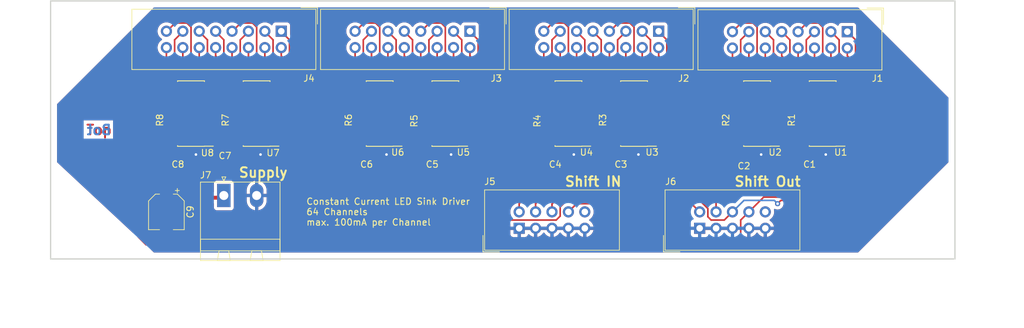
<source format=kicad_pcb>
(kicad_pcb (version 20221018) (generator pcbnew)
  (layers (0 "F.Cu" signal) (31 "B.Cu" signal) (34 "B.Paste" user) (35 "F.Paste" user) (36 "B.SilkS" user "B.Silkscreen") (37 "F.SilkS" user "F.Silkscreen") (38 "B.Mask" user) (39 "F.Mask" user) (44 "Edge.Cuts" user))
  (net 0 "")
  (net 1 "VCC")
  (net 2 "GND")
  (net 3 "LED_0")
  (net 4 "LED_1")
  (net 5 "LED_2")
  (net 6 "LED_3")
  (net 7 "LED_4")
  (net 8 "LED_5")
  (net 9 "LED_6")
  (net 10 "LED_7")
  (net 11 "LED_8")
  (net 12 "LED_9")
  (net 13 "LED_10")
  (net 14 "LED_11")
  (net 15 "LED_12")
  (net 16 "LED_13")
  (net 17 "LED_16")
  (net 18 "LED_17")
  (net 19 "LED_18")
  (net 20 "LED_19")
  (net 21 "LED_20")
  (net 22 "LED_21")
  (net 23 "LED_22")
  (net 24 "LED_23")
  (net 25 "LED_24")
  (net 26 "LED_25")
  (net 27 "LED_26")
  (net 28 "LED_27")
  (net 29 "LED_28")
  (net 30 "LED_29")
  (net 31 "LED_45")
  (net 32 "LED_44")
  (net 33 "LED_43")
  (net 34 "LED_42")
  (net 35 "LED_41")
  (net 36 "LED_40")
  (net 37 "LED_39")
  (net 38 "LED_38")
  (net 39 "LED_37")
  (net 40 "LED_36")
  (net 41 "LED_35")
  (net 42 "LED_34")
  (net 43 "LED_33")
  (net 44 "LED_32")
  (net 45 "LED_48")
  (net 46 "LED_49")
  (net 47 "LED_50")
  (net 48 "LED_51")
  (net 49 "LED_52")
  (net 50 "LED_53")
  (net 51 "LED_54")
  (net 52 "LED_55")
  (net 53 "LED_56")
  (net 54 "LED_57")
  (net 55 "LED_58")
  (net 56 "LED_59")
  (net 57 "LED_60")
  (net 58 "LED_61")
  (net 59 "/SDI")
  (net 60 "CLK")
  (net 61 "Net-(J5-Pad10)")
  (net 62 "Net-(J6-Pad10)")
  (net 63 "Net-(R1-Pad2)")
  (net 64 "Net-(R2-Pad2)")
  (net 65 "Net-(R3-Pad2)")
  (net 66 "Net-(R4-Pad2)")
  (net 67 "Net-(R5-Pad2)")
  (net 68 "Net-(R6-Pad2)")
  (net 69 "Net-(R7-Pad2)")
  (net 70 "Net-(R8-Pad2)")
  (net 71 "LE")
  (net 72 "OE")
  (net 73 "Net-(U1-Pad14)")
  (net 74 "Net-(U2-Pad14)")
  (net 75 "LED_15")
  (net 76 "LED_14")
  (net 77 "Net-(U3-Pad14)")
  (net 78 "LED_30")
  (net 79 "LED_31")
  (net 80 "Net-(U4-Pad14)")
  (net 81 "Net-(U5-Pad14)")
  (net 82 "LED_46")
  (net 83 "LED_47")
  (net 84 "Net-(U6-Pad14)")
  (net 85 "Net-(U7-Pad14)")
  (net 86 "LED_62")
  (net 87 "LED_63")
  (net 88 "/SDO")
  (footprint "Capacitor_SMD:CP_Elec_5x5.9" (layer "F.Cu") (at 81.91 134.06 -90)
    (fp_text reference "C9")
    (fp_text value "CP")
  )
  (footprint "MountingHole:MountingHole_3.2mm_M3_DIN965" (layer "F.Cu") (at 68.702 106.36)
    (fp_text reference "REF**" hide)
    (fp_text value "MountingHole_3.2mm_M3_DIN965")
  )
  (footprint "MountingHole:MountingHole_3.2mm_M3_DIN965" (layer "F.Cu") (at 68.98 136.36)
    (fp_text reference "REF**" hide)
    (fp_text value "MountingHole_3.2mm_M3_DIN965")
  )
  (footprint "MountingHole:MountingHole_3.2mm_M3_DIN965" (layer "F.Cu") (at 198.98 136.36)
    (fp_text reference "REF**" hide)
    (fp_text value "MountingHole_3.2mm_M3_DIN965")
  )
  (footprint "MountingHole:MountingHole_3.2mm_M3_DIN965" (layer "F.Cu") (at 198.98 106.36)
    (fp_text reference "REF**" hide)
    (fp_text value "MountingHole_3.2mm_M3_DIN965")
  )
  (footprint "Connector_IDC:IDC-Header_2x05_P2.54mm_Vertical" (layer "F.Cu") (at 136.52 136.6 90)
    (fp_text reference "J5")
    (fp_text value "Conn_01x10")
  )
  (footprint "Connector_IDC:IDC-Header_2x05_P2.54mm_Vertical" (layer "F.Cu") (at 164.46 136.6 90)
    (fp_text reference "J6")
    (fp_text value "Conn_01x10")
  )
  (footprint "Capacitor_SMD:C_0603_1608Metric_Pad0.99x1.00mm_HandSolder" (layer "F.Cu") (at 152.268 125.17)
    (fp_text reference "C3")
    (fp_text value "0.1u")
  )
  (footprint "Resistor_SMD:R_0603_1608Metric_Pad0.99x1.00mm_HandSolder" (layer "F.Cu") (at 178.684 122.63 90)
    (fp_text reference "R1")
    (fp_text value "120")
  )
  (footprint "Capacitor_SMD:C_0603_1608Metric_Pad0.99x1.00mm_HandSolder" (layer "F.Cu") (at 83.688 125.17)
    (fp_text reference "C8")
    (fp_text value "0.1u")
  )
  (footprint "Resistor_SMD:R_0603_1608Metric_Pad0.99x1.00mm_HandSolder" (layer "F.Cu") (at 168.524 122.63 90)
    (fp_text reference "R2")
    (fp_text value "120")
  )
  (footprint "Capacitor_SMD:C_0603_1608Metric_Pad0.99x1.00mm_HandSolder" (layer "F.Cu") (at 142.108 125.17)
    (fp_text reference "C4")
    (fp_text value "0.1u")
  )
  (footprint "Resistor_SMD:R_0603_1608Metric_Pad0.99x1.00mm_HandSolder" (layer "F.Cu") (at 139.314 122.63 90)
    (fp_text reference "R4")
    (fp_text value "120")
  )
  (footprint "Capacitor_SMD:C_0603_1608Metric_Pad0.99x1.00mm_HandSolder" (layer "F.Cu") (at 181.478 125.17)
    (fp_text reference "C1")
    (fp_text value "0.1u")
  )
  (footprint "Capacitor_SMD:C_0603_1608Metric_Pad0.99x1.00mm_HandSolder" (layer "F.Cu") (at 171.318 125.17)
    (fp_text reference "C2")
    (fp_text value "0.1u")
  )
  (footprint "Resistor_SMD:R_0603_1608Metric_Pad0.99x1.00mm_HandSolder" (layer "F.Cu") (at 120.264 122.63 90)
    (fp_text reference "R5")
    (fp_text value "120")
  )
  (footprint "Resistor_SMD:R_0603_1608Metric_Pad0.99x1.00mm_HandSolder" (layer "F.Cu") (at 91.054 122.63 90)
    (fp_text reference "R7")
    (fp_text value "120")
  )
  (footprint "Capacitor_SMD:C_0603_1608Metric_Pad0.99x1.00mm_HandSolder" (layer "F.Cu") (at 123.058 125.17)
    (fp_text reference "C5")
    (fp_text value "0.1u")
  )
  (footprint "Capacitor_SMD:C_0603_1608Metric_Pad0.99x1.00mm_HandSolder" (layer "F.Cu") (at 112.898 125.17)
    (fp_text reference "C6")
    (fp_text value "0.1u")
  )
  (footprint "Capacitor_SMD:C_0603_1608Metric_Pad0.99x1.00mm_HandSolder" (layer "F.Cu") (at 93.848 125.17)
    (fp_text reference "C7")
    (fp_text value "0.1u")
  )
  (footprint "Resistor_SMD:R_0603_1608Metric_Pad0.99x1.00mm_HandSolder" (layer "F.Cu") (at 149.474 122.63 90)
    (fp_text reference "R3")
    (fp_text value "120")
  )
  (footprint "Resistor_SMD:R_0603_1608Metric_Pad0.99x1.00mm_HandSolder" (layer "F.Cu") (at 110.104 122.63 90)
    (fp_text reference "R6")
    (fp_text value "120")
  )
  (footprint "Resistor_SMD:R_0603_1608Metric_Pad0.99x1.00mm_HandSolder" (layer "F.Cu") (at 80.894 122.63 90)
    (fp_text reference "R8")
    (fp_text value "120")
  )
  (footprint "Package_SO:SOIC-16_3.9x9.9mm_P1.27mm" (layer "F.Cu") (at 183.51 118.82 180)
    (fp_text reference "U1")
    (fp_text value "TLC591")
  )
  (footprint "Package_SO:SOIC-16_3.9x9.9mm_P1.27mm" (layer "F.Cu") (at 173.35 118.82 180)
    (fp_text reference "U2")
    (fp_text value "TLC591")
  )
  (footprint "Package_SO:SOIC-16_3.9x9.9mm_P1.27mm" (layer "F.Cu") (at 144.145 118.82 180)
    (fp_text reference "U4")
    (fp_text value "TLC591")
  )
  (footprint "Package_SO:SOIC-16_3.9x9.9mm_P1.27mm" (layer "F.Cu") (at 85.72 118.82 180)
    (fp_text reference "U8")
    (fp_text value "TLC591")
  )
  (footprint "Connector_IDC:IDC-Header_2x08_P2.54mm_Vertical" (layer "F.Cu") (at 187.32 106.12 -90)
    (fp_text reference "J1")
    (fp_text value "LEDS_0-15")
  )
  (footprint "Connector_IDC:IDC-Header_2x08_P2.54mm_Vertical" (layer "F.Cu") (at 158.11 106.05 -90)
    (fp_text reference "J2")
    (fp_text value "Conn_01x16")
  )
  (footprint "Connector_IDC:IDC-Header_2x08_P2.54mm_Vertical" (layer "F.Cu") (at 128.9 106.05 -90)
    (fp_text reference "J3")
    (fp_text value "Conn_01x16")
  )
  (footprint "Connector_IDC:IDC-Header_2x08_P2.54mm_Vertical" (layer "F.Cu") (at 99.69 106.05 -90)
    (fp_text reference "J4")
    (fp_text value "Conn_01x16")
  )
  (footprint "Package_SO:SOIC-16_3.9x9.9mm_P1.27mm" (layer "F.Cu") (at 154.305 118.82 180)
    (fp_text reference "U3")
    (fp_text value "TLC591")
  )
  (footprint "Connector_Phoenix_MSTB:PhoenixContact_MSTBA_2,5_2-G-5,08_1x02_P5.08mm_Horizontal" (layer "F.Cu") (at 90.8 131.52)
    (fp_text reference "J7")
    (fp_text value "Conn_01x02")
  )
  (footprint "Package_SO:SOIC-16_3.9x9.9mm_P1.27mm" (layer "F.Cu") (at 125.09 118.82 180)
    (fp_text reference "U5")
    (fp_text value "TLC591")
  )
  (footprint "Package_SO:SOIC-16_3.9x9.9mm_P1.27mm" (layer "F.Cu") (at 95.88 118.82 180)
    (fp_text reference "U7")
    (fp_text value "TLC591")
  )
  (footprint "Package_SO:SOIC-16_3.9x9.9mm_P1.27mm" (layer "F.Cu") (at 114.93 118.82 180)
    (fp_text reference "U6")
    (fp_text value "TLC591")
  )
  (gr_line (start 63.98 101.36) (end 63.98 141.36) (stroke (width 0.2)) (layer "Edge.Cuts"))
  (gr_line (start 63.98 141.36) (end 203.98 141.36) (stroke (width 0.2)) (layer "Edge.Cuts"))
  (gr_line (start 203.98 141.36) (end 203.98 101.36) (stroke (width 0.2)) (layer "Edge.Cuts"))
  (gr_line (start 203.98 101.36) (end 63.98 101.36) (stroke (width 0.2)) (layer "Edge.Cuts"))
  (gr_text "Top" (at 71.48 121.36) (layer "F.Cu") (effects (font (size 1.5 1.5) (thickness 0.3))))
  (gr_text "Bot" (at 71.48 121.36) (layer "B.Cu") (effects (font (size 1.5 1.5) (thickness 0.3)) (justify mirror)))
  (gr_text "Constant Current LED Sink Driver\n64 Channels\nmax. 100mA per Channel" (at 103.5 134.06) (layer "F.SilkS") (effects (font (size 1 1)) (justify left)))
  (gr_text "Shift IN" (at 147.98 129.36) (layer "F.SilkS") (effects (font (size 1.5 1.5) (thickness 0.3))))
  (gr_text "Shift Out" (at 174.98 129.36) (layer "F.SilkS") (effects (font (size 1.5 1.5) (thickness 0.3))))
  (gr_text "Supply" (at 96.896 127.964) (layer "F.SilkS") (effects (font (size 1.5 1.5) (thickness 0.3))))
  (segment (start 84.069 122.63) (end 84.196 122.63) (width 0.25) (layer "F.Cu") (net 1))
  (segment (start 158.237 122.63) (end 167.508 122.63) (width 0.6) (layer "F.Cu") (net 1))
  (segment (start 92.9605 125.1675) (end 94.356 123.772) (width 0.25) (layer "F.Cu") (net 1))
  (segment (start 123.566 123.772) (end 123.566 122.63) (width 0.25) (layer "F.Cu") (net 1))
  (segment (start 141.445 123.265) (end 141.445 124.9455) (width 0.25) (layer "F.Cu") (net 1))
  (segment (start 97.404 122.63) (end 94.356 122.63) (width 0.6) (layer "F.Cu") (net 1))
  (segment (start 181.986 123.772) (end 181.986 122.63) (width 0.25) (layer "F.Cu") (net 1))
  (segment (start 138.425 122.63) (end 139.822 122.63) (width 0.25) (layer "F.Cu") (net 1))
  (segment (start 79.37 122.63) (end 78.608 123.392) (width 0.6) (layer "F.Cu") (net 1))
  (segment (start 79.964 131.86) (end 81.91 131.86) (width 0.6) (layer "F.Cu") (net 1))
  (segment (start 152.776 122.63) (end 151.52 122.63) (width 0.25) (layer "F.Cu") (net 1))
  (segment (start 180.5905 125.1675) (end 181.986 123.772) (width 0.25) (layer "F.Cu") (net 1))
  (segment (start 113.406 123.772) (end 113.406 122.63) (width 0.25) (layer "F.Cu") (net 1))
  (segment (start 92.9605 125.17) (end 92.9605 125.1675) (width 0.25) (layer "F.Cu") (net 1))
  (segment (start 112.0105 125.1675) (end 113.406 123.772) (width 0.25) (layer "F.Cu") (net 1))
  (segment (start 93.18 123.265) (end 93.18 124.9505) (width 0.25) (layer "F.Cu") (net 1))
  (segment (start 93.18 124.9505) (end 92.9605 125.17) (width 0.25) (layer "F.Cu") (net 1))
  (segment (start 109.215 122.63) (end 111.501 122.63) (width 0.25) (layer "F.Cu") (net 1))
  (segment (start 122.39 124.9505) (end 122.1705 125.17) (width 0.25) (layer "F.Cu") (net 1))
  (segment (start 170.65 123.265) (end 170.65 124.9505) (width 0.25) (layer "F.Cu") (net 1))
  (segment (start 151.605 123.265) (end 151.605 124.9455) (width 0.25) (layer "F.Cu") (net 1))
  (segment (start 152.776 123.772) (end 152.776 122.63) (width 0.25) (layer "F.Cu") (net 1))
  (segment (start 81.91 131.86) (end 90.46 131.86) (width 0.6) (layer "F.Cu") (net 1))
  (segment (start 151.3805 125.17) (end 151.3805 125.1675) (width 0.25) (layer "F.Cu") (net 1))
  (segment (start 112.23 124.9505) (end 112.0105 125.17) (width 0.25) (layer "F.Cu") (net 1))
  (segment (start 171.826 123.772) (end 171.826 122.63) (width 0.25) (layer "F.Cu") (net 1))
  (segment (start 180.5905 125.17) (end 180.5905 125.1675) (width 0.25) (layer "F.Cu") (net 1))
  (segment (start 141.445 124.9455) (end 141.2205 125.17) (width 0.25) (layer "F.Cu") (net 1))
  (segment (start 139.822 122.63) (end 142.616 122.63) (width 0.25) (layer "F.Cu") (net 1))
  (segment (start 170.4305 125.1675) (end 171.826 123.772) (width 0.25) (layer "F.Cu") (net 1))
  (segment (start 126.614 122.63) (end 123.566 122.63) (width 0.6) (layer "F.Cu") (net 1))
  (segment (start 170.4305 125.17) (end 170.4305 125.1675) (width 0.25) (layer "F.Cu") (net 1))
  (segment (start 122.1705 125.1675) (end 123.566 123.772) (width 0.25) (layer "F.Cu") (net 1))
  (segment (start 97.404 122.63) (end 99.817 122.63) (width 0.25) (layer "F.Cu") (net 1))
  (segment (start 142.616 123.772) (end 142.616 122.63) (width 0.25) (layer "F.Cu") (net 1))
  (segment (start 141.2205 125.17) (end 141.2205 125.1675) (width 0.25) (layer "F.Cu") (net 1))
  (segment (start 151.52 122.63) (end 145.664 122.63) (width 0.25) (layer "F.Cu") (net 1))
  (segment (start 112.23 123.265) (end 112.23 124.9505) (width 0.25) (layer "F.Cu") (net 1))
  (segment (start 109.215 122.63) (end 99.817 122.63) (width 0.6) (layer "F.Cu") (net 1))
  (segment (start 123.566 122.63) (end 116.454 122.63) (width 0.25) (layer "F.Cu") (net 1))
  (segment (start 170.65 124.9505) (end 170.4305 125.17) (width 0.25) (layer "F.Cu") (net 1))
  (segment (start 87.244 122.63) (end 94.356 122.63) (width 0.25) (layer "F.Cu") (net 1))
  (segment (start 83.02 123.265) (end 83.02 124.9505) (width 0.25) (layer "F.Cu") (net 1))
  (segment (start 82.8005 125.1675) (end 84.196 123.772) (width 0.25) (layer "F.Cu") (net 1))
  (segment (start 87.244 122.63) (end 84.196 122.63) (width 0.6) (layer "F.Cu") (net 1))
  (segment (start 78.608 123.392) (end 78.608 130.504) (width 0.6) (layer "F.Cu") (net 1))
  (segment (start 84.069 122.63) (end 80.198998 122.63) (width 0.25) (layer "F.Cu") (net 1))
  (segment (start 84.196 123.772) (end 84.196 122.63) (width 0.25) (layer "F.Cu") (net 1))
  (segment (start 80.198998 122.63) (end 80.005 122.63) (width 0.25) (layer "F.Cu") (net 1))
  (segment (start 94.356 123.772) (end 94.356 122.63) (width 0.25) (layer "F.Cu") (net 1))
  (segment (start 180.81 123.265) (end 180.81 124.9505) (width 0.25) (layer "F.Cu") (net 1))
  (segment (start 111.501 122.63) (end 113.406 122.63) (width 0.25) (layer "F.Cu") (net 1))
  (segment (start 90.46 131.86) (end 90.8 131.52) (width 0.6) (layer "F.Cu") (net 1))
  (segment (start 158.237 122.63) (end 155.824 122.63) (width 0.25) (layer "F.Cu") (net 1))
  (segment (start 122.1705 125.17) (end 122.1705 125.1675) (width 0.25) (layer "F.Cu") (net 1))
  (segment (start 126.614 122.63) (end 129.027 122.63) (width 0.25) (layer "F.Cu") (net 1))
  (segment (start 112.0105 125.17) (end 112.0105 125.1675) (width 0.25) (layer "F.Cu") (net 1))
  (segment (start 138.425 122.63) (end 129.027 122.63) (width 0.6) (layer "F.Cu") (net 1))
  (segment (start 116.454 122.63) (end 113.406 122.63) (width 0.6) (layer "F.Cu") (net 1))
  (segment (start 141.2205 125.1675) (end 142.616 123.772) (width 0.25) (layer "F.Cu") (net 1))
  (segment (start 171.826 122.63) (end 167.508 122.63) (width 0.25) (layer "F.Cu") (net 1))
  (segment (start 152.776 122.63) (end 155.824 122.63) (width 0.6) (layer "F.Cu") (net 1))
  (segment (start 151.3805 125.1675) (end 152.776 123.772) (width 0.25) (layer "F.Cu") (net 1))
  (segment (start 181.986 122.63) (end 171.826 122.63) (width 0.25) (layer "F.Cu") (net 1))
  (segment (start 145.664 122.63) (end 142.616 122.63) (width 0.6) (layer "F.Cu") (net 1))
  (segment (start 80.005 122.63) (end 79.37 122.63) (width 0.6) (layer "F.Cu") (net 1))
  (segment (start 78.608 130.504) (end 79.964 131.86) (width 0.6) (layer "F.Cu") (net 1))
  (segment (start 180.81 124.9505) (end 180.5905 125.17) (width 0.25) (layer "F.Cu") (net 1))
  (segment (start 83.02 124.9505) (end 82.8005 125.17) (width 0.25) (layer "F.Cu") (net 1))
  (segment (start 122.39 123.265) (end 122.39 124.9505) (width 0.25) (layer "F.Cu") (net 1))
  (segment (start 151.605 124.9455) (end 151.3805 125.17) (width 0.25) (layer "F.Cu") (net 1))
  (segment (start 82.8005 125.17) (end 82.8005 125.1675) (width 0.25) (layer "F.Cu") (net 1))
  (via (at 183.98 125.17) (size 0.8) (drill 0.4) (layers "F.Cu" "B.Cu") (net 2))
  (via (at 154.98 125.17) (size 0.8) (drill 0.4) (layers "F.Cu" "B.Cu") (net 2))
  (via (at 144.98 125.17) (size 0.8) (drill 0.4) (layers "F.Cu" "B.Cu") (net 2))
  (via (at 125.98 125.17) (size 0.8) (drill 0.4) (layers "F.Cu" "B.Cu") (net 2))
  (via (at 115.98 125.17) (size 0.8) (drill 0.4) (layers "F.Cu" "B.Cu") (net 2))
  (via (at 96.48 125.17) (size 0.8) (drill 0.4) (layers "F.Cu" "B.Cu") (net 2))
  (via (at 86.48 125.17) (size 0.8) (drill 0.4) (layers "F.Cu" "B.Cu") (net 2))
  (via (at 173.98 125.17) (size 0.8) (drill 0.4) (layers "F.Cu" "B.Cu") (net 2))
  (segment (start 186.939 118.185) (end 188.336 116.788) (width 0.25) (layer "F.Cu") (net 3))
  (segment (start 186.21 118.185) (end 186.939 118.185) (width 0.25) (layer "F.Cu") (net 3))
  (segment (start 188.336 109.93) (end 188.59 109.676) (width 0.25) (layer "F.Cu") (net 3))
  (segment (start 188.59 109.676) (end 188.59 107.39) (width 0.25) (layer "F.Cu") (net 3))
  (segment (start 188.336 116.788) (end 188.336 109.93) (width 0.25) (layer "F.Cu") (net 3))
  (segment (start 188.59 107.39) (end 187.32 106.12) (width 0.25) (layer "F.Cu") (net 3))
  (segment (start 186.939 116.915) (end 187.828 116.026) (width 0.25) (layer "F.Cu") (net 4))
  (segment (start 186.21 116.915) (end 186.939 116.915) (width 0.25) (layer "F.Cu") (net 4))
  (segment (start 187.32 109.881314) (end 187.32 108.66) (width 0.25) (layer "F.Cu") (net 4))
  (segment (start 187.828 110.389314) (end 187.32 109.881314) (width 0.25) (layer "F.Cu") (net 4))
  (segment (start 187.828 116.026) (end 187.828 110.389314) (width 0.25) (layer "F.Cu") (net 4))
  (segment (start 187.32 110.692) (end 187.32 115.264) (width 0.25) (layer "F.Cu") (net 5))
  (segment (start 184.78 106.12) (end 186.05 107.39) (width 0.25) (layer "F.Cu") (net 5))
  (segment (start 187.32 115.264) (end 186.939 115.645) (width 0.25) (layer "F.Cu") (net 5))
  (segment (start 186.755 115.575) (end 186.812 115.518) (width 0.25) (layer "F.Cu") (net 5))
  (segment (start 186.939 115.645) (end 186.21 115.645) (width 0.25) (layer "F.Cu") (net 5))
  (segment (start 186.05 109.422) (end 187.32 110.692) (width 0.25) (layer "F.Cu") (net 5))
  (segment (start 186.21 115.575) (end 186.755 115.575) (width 0.25) (layer "F.Cu") (net 5))
  (segment (start 186.05 107.39) (end 186.05 109.422) (width 0.25) (layer "F.Cu") (net 5))
  (segment (start 186.21 114.305) (end 186.21 111.614) (width 0.25) (layer "F.Cu") (net 6))
  (segment (start 184.78 110.184) (end 184.78 109.881314) (width 0.25) (layer "F.Cu") (net 6))
  (segment (start 186.21 111.614) (end 184.78 110.184) (width 0.25) (layer "F.Cu") (net 6))
  (segment (start 184.78 109.881314) (end 184.78 108.66) (width 0.25) (layer "F.Cu") (net 6))
  (segment (start 180.81 114.305) (end 180.97 114.305) (width 0.25) (layer "F.Cu") (net 7))
  (segment (start 180.97 107.39) (end 182.24 106.12) (width 0.25) (layer "F.Cu") (net 7))
  (segment (start 180.97 114.305) (end 180.97 107.39) (width 0.25) (layer "F.Cu") (net 7))
  (segment (start 182.24 109.811314) (end 182.24 108.59) (width 0.25) (layer "F.Cu") (net 8))
  (segment (start 182.24 115.215) (end 182.24 114.883) (width 0.25) (layer "F.Cu") (net 8))
  (segment (start 182.24 114.883) (end 182.24 109.811314) (width 0.25) (layer "F.Cu") (net 8))
  (segment (start 181.81 115.645) (end 182.24 115.215) (width 0.25) (layer "F.Cu") (net 8))
  (segment (start 180.81 115.645) (end 181.81 115.645) (width 0.25) (layer "F.Cu") (net 8))
  (segment (start 182.24 115.01) (end 182.24 114.883) (width 0.25) (layer "F.Cu") (net 8))
  (segment (start 181.04 104.78) (end 179.7 106.12) (width 0.25) (layer "F.Cu") (net 9))
  (segment (start 183.51 105.415) (end 182.875 104.78) (width 0.25) (layer "F.Cu") (net 9))
  (segment (start 181.81 116.915) (end 183.51 115.215) (width 0.25) (layer "F.Cu") (net 9))
  (segment (start 180.81 116.915) (end 181.81 116.915) (width 0.25) (layer "F.Cu") (net 9))
  (segment (start 182.875 104.78) (end 181.04 104.78) (width 0.25) (layer "F.Cu") (net 9))
  (segment (start 183.51 115.215) (end 183.51 105.415) (width 0.25) (layer "F.Cu") (net 9))
  (segment (start 180.081 118.185) (end 179.7 117.804) (width 0.25) (layer "F.Cu") (net 10))
  (segment (start 180.81 118.185) (end 180.081 118.185) (width 0.25) (layer "F.Cu") (net 10))
  (segment (start 179.7 116.534) (end 179.7 108.66) (width 0.25) (layer "F.Cu") (net 10))
  (segment (start 179.7 117.804) (end 179.7 117.55) (width 0.25) (layer "F.Cu") (net 10))
  (segment (start 179.7 117.55) (end 179.7 116.534) (width 0.25) (layer "F.Cu") (net 10))
  (segment (start 178.176 109.93) (end 178.43 109.676) (width 0.25) (layer "F.Cu") (net 11))
  (segment (start 176.779 118.185) (end 178.176 116.788) (width 0.25) (layer "F.Cu") (net 11))
  (segment (start 178.43 107.39) (end 177.16 106.12) (width 0.25) (layer "F.Cu") (net 11))
  (segment (start 178.176 116.788) (end 178.176 109.93) (width 0.25) (layer "F.Cu") (net 11))
  (segment (start 176.05 118.185) (end 176.779 118.185) (width 0.25) (layer "F.Cu") (net 11))
  (segment (start 178.43 109.676) (end 178.43 107.39) (width 0.25) (layer "F.Cu") (net 11))
  (segment (start 176.779 116.915) (end 177.668 116.026) (width 0.25) (layer "F.Cu") (net 12))
  (segment (start 177.668 110.389314) (end 177.16 109.881314) (width 0.25) (layer "F.Cu") (net 12))
  (segment (start 176.05 116.915) (end 176.779 116.915) (width 0.25) (layer "F.Cu") (net 12))
  (segment (start 177.668 116.026) (end 177.668 110.389314) (width 0.25) (layer "F.Cu") (net 12))
  (segment (start 177.16 109.881314) (end 177.16 108.66) (width 0.25) (layer "F.Cu") (net 12))
  (segment (start 176.595 115.575) (end 176.652 115.518) (width 0.25) (layer "F.Cu") (net 13))
  (segment (start 176.05 115.575) (end 176.595 115.575) (width 0.25) (layer "F.Cu") (net 13))
  (segment (start 176.05 115.645) (end 176.779 115.645) (width 0.25) (layer "F.Cu") (net 13))
  (segment (start 177.16 110.692) (end 175.89 109.422) (width 0.25) (layer "F.Cu") (net 13))
  (segment (start 175.89 107.39) (end 174.62 106.12) (width 0.25) (layer "F.Cu") (net 13))
  (segment (start 175.89 109.422) (end 175.89 107.39) (width 0.25) (layer "F.Cu") (net 13))
  (segment (start 177.16 115.264) (end 177.16 110.692) (width 0.25) (layer "F.Cu") (net 13))
  (segment (start 176.779 115.645) (end 177.16 115.264) (width 0.25) (layer "F.Cu") (net 13))
  (segment (start 176.05 111.614) (end 176.05 114.375) (width 0.25) (layer "F.Cu") (net 14))
  (segment (start 174.62 108.66) (end 174.62 110.184) (width 0.25) (layer "F.Cu") (net 14))
  (segment (start 174.62 110.184) (end 176.05 111.614) (width 0.25) (layer "F.Cu") (net 14))
  (segment (start 170.81 107.39) (end 170.81 114.215) (width 0.25) (layer "F.Cu") (net 15))
  (segment (start 172.08 106.12) (end 170.81 107.39) (width 0.25) (layer "F.Cu") (net 15))
  (segment (start 170.81 114.215) (end 170.65 114.375) (width 0.25) (layer "F.Cu") (net 15))
  (segment (start 171.445 115.645) (end 172.08 115.01) (width 0.25) (layer "F.Cu") (net 16))
  (segment (start 170.65 115.645) (end 171.445 115.645) (width 0.25) (layer "F.Cu") (net 16))
  (segment (start 172.08 115.01) (end 172.08 109.811314) (width 0.25) (layer "F.Cu") (net 16))
  (segment (start 172.08 109.811314) (end 172.08 108.59) (width 0.25) (layer "F.Cu") (net 16))
  (segment (start 159.38 109.676) (end 159.38 107.39) (width 0.25) (layer "F.Cu") (net 17))
  (segment (start 157.729 118.185) (end 159.126 116.788) (width 0.25) (layer "F.Cu") (net 17))
  (segment (start 159.38 107.39) (end 158.11 106.12) (width 0.25) (layer "F.Cu") (net 17))
  (segment (start 157 118.185) (end 157.729 118.185) (width 0.25) (layer "F.Cu") (net 17))
  (segment (start 159.126 109.93) (end 159.38 109.676) (width 0.25) (layer "F.Cu") (net 17))
  (segment (start 159.126 116.788) (end 159.126 109.93) (width 0.25) (layer "F.Cu") (net 17))
  (segment (start 158.618 110.389314) (end 158.11 109.881314) (width 0.25) (layer "F.Cu") (net 18))
  (segment (start 157 116.915) (end 157.729 116.915) (width 0.25) (layer "F.Cu") (net 18))
  (segment (start 157.729 116.915) (end 158.618 116.026) (width 0.25) (layer "F.Cu") (net 18))
  (segment (start 158.618 116.026) (end 158.618 110.389314) (width 0.25) (layer "F.Cu") (net 18))
  (segment (start 158.11 109.881314) (end 158.11 108.66) (width 0.25) (layer "F.Cu") (net 18))
  (segment (start 156.84 109.422) (end 158.11 110.692) (width 0.25) (layer "F.Cu") (net 19))
  (segment (start 158.11 115.264) (end 157.729 115.645) (width 0.25) (layer "F.Cu") (net 19))
  (segment (start 156.84 107.39) (end 156.84 109.422) (width 0.25) (layer "F.Cu") (net 19))
  (segment (start 157.545 115.575) (end 157.602 115.518) (width 0.25) (layer "F.Cu") (net 19))
  (segment (start 158.11 110.692) (end 158.11 115.264) (width 0.25) (layer "F.Cu") (net 19))
  (segment (start 157 115.575) (end 157.545 115.575) (width 0.25) (layer "F.Cu") (net 19))
  (segment (start 155.57 106.12) (end 156.84 107.39) (width 0.25) (layer "F.Cu") (net 19))
  (segment (start 157.729 115.645) (end 157 115.645) (width 0.25) (layer "F.Cu") (net 19))
  (segment (start 157 114.305) (end 157 111.614) (width 0.25) (layer "F.Cu") (net 20))
  (segment (start 155.57 110.184) (end 155.57 109.881314) (width 0.25) (layer "F.Cu") (net 20))
  (segment (start 157 111.614) (end 155.57 110.184) (width 0.25) (layer "F.Cu") (net 20))
  (segment (start 155.57 109.881314) (end 155.57 108.66) (width 0.25) (layer "F.Cu") (net 20))
  (segment (start 151.76 114.305) (end 151.76 107.39) (width 0.25) (layer "F.Cu") (net 21))
  (segment (start 151.6 114.305) (end 151.76 114.305) (width 0.25) (layer "F.Cu") (net 21))
  (segment (start 151.76 107.39) (end 153.03 106.12) (width 0.25) (layer "F.Cu") (net 21))
  (segment (start 153.03 109.811314) (end 153.03 108.59) (width 0.25) (layer "F.Cu") (net 22))
  (segment (start 153.03 114.883) (end 153.03 109.811314) (width 0.25) (layer "F.Cu") (net 22))
  (segment (start 152.6 115.645) (end 153.03 115.215) (width 0.25) (layer "F.Cu") (net 22))
  (segment (start 153.03 115.215) (end 153.03 114.883) (width 0.25) (layer "F.Cu") (net 22))
  (segment (start 151.6 115.645) (end 152.6 115.645) (width 0.25) (layer "F.Cu") (net 22))
  (segment (start 153.03 115.01) (end 153.03 114.883) (width 0.25) (layer "F.Cu") (net 22))
  (segment (start 154.3 115.215) (end 154.3 105.415) (width 0.25) (layer "F.Cu") (net 23))
  (segment (start 151.83 104.78) (end 150.49 106.12) (width 0.25) (layer "F.Cu") (net 23))
  (segment (start 153.665 104.78) (end 151.83 104.78) (width 0.25) (layer "F.Cu") (net 23))
  (segment (start 151.6 116.915) (end 152.6 116.915) (width 0.25) (layer "F.Cu") (net 23))
  (segment (start 152.6 116.915) (end 154.3 115.215) (width 0.25) (layer "F.Cu") (net 23))
  (segment (start 154.3 105.415) (end 153.665 104.78) (width 0.25) (layer "F.Cu") (net 23))
  (segment (start 151.6 118.185) (end 150.871 118.185) (width 0.25) (layer "F.Cu") (net 24))
  (segment (start 150.871 118.185) (end 150.49 117.804) (width 0.25) (layer "F.Cu") (net 24))
  (segment (start 150.49 117.804) (end 150.49 117.55) (width 0.25) (layer "F.Cu") (net 24))
  (segment (start 150.49 117.55) (end 150.49 116.534) (width 0.25) (layer "F.Cu") (net 24))
  (segment (start 150.49 116.534) (end 150.49 108.66) (width 0.25) (layer "F.Cu") (net 24))
  (segment (start 149.22 109.676) (end 149.22 107.39) (width 0.25) (layer "F.Cu") (net 25))
  (segment (start 148.966 109.93) (end 149.22 109.676) (width 0.25) (layer "F.Cu") (net 25))
  (segment (start 149.22 107.39) (end 147.95 106.12) (width 0.25) (layer "F.Cu") (net 25))
  (segment (start 146.84 118.185) (end 147.569 118.185) (width 0.25) (layer "F.Cu") (net 25))
  (segment (start 148.966 116.788) (end 148.966 109.93) (width 0.25) (layer "F.Cu") (net 25))
  (segment (start 147.569 118.185) (end 148.966 116.788) (width 0.25) (layer "F.Cu") (net 25))
  (segment (start 147.95 109.881314) (end 147.95 108.66) (width 0.25) (layer "F.Cu") (net 26))
  (segment (start 146.84 116.915) (end 147.569 116.915) (width 0.25) (layer "F.Cu") (net 26))
  (segment (start 148.458 110.389314) (end 147.95 109.881314) (width 0.25) (layer "F.Cu") (net 26))
  (segment (start 147.569 116.915) (end 148.458 116.026) (width 0.25) (layer "F.Cu") (net 26))
  (segment (start 148.458 116.026) (end 148.458 110.389314) (width 0.25) (layer "F.Cu") (net 26))
  (segment (start 146.84 115.575) (end 147.385 115.575) (width 0.25) (layer "F.Cu") (net 27))
  (segment (start 147.95 115.264) (end 147.95 110.692) (width 0.25) (layer "F.Cu") (net 27))
  (segment (start 146.68 107.39) (end 145.41 106.12) (width 0.25) (layer "F.Cu") (net 27))
  (segment (start 147.385 115.575) (end 147.442 115.518) (width 0.25) (layer "F.Cu") (net 27))
  (segment (start 147.569 115.645) (end 147.95 115.264) (width 0.25) (layer "F.Cu") (net 27))
  (segment (start 146.68 109.422) (end 146.68 107.39) (width 0.25) (layer "F.Cu") (net 27))
  (segment (start 146.84 115.645) (end 147.569 115.645) (width 0.25) (layer "F.Cu") (net 27))
  (segment (start 147.95 110.692) (end 146.68 109.422) (width 0.25) (layer "F.Cu") (net 27))
  (segment (start 146.84 111.614) (end 146.84 114.375) (width 0.25) (layer "F.Cu") (net 28))
  (segment (start 145.41 110.184) (end 146.84 111.614) (width 0.25) (layer "F.Cu") (net 28))
  (segment (start 145.41 108.66) (end 145.41 110.184) (width 0.25) (layer "F.Cu") (net 28))
  (segment (start 142.87 106.12) (end 141.6 107.39) (width 0.25) (layer "F.Cu") (net 29))
  (segment (start 141.6 114.215) (end 141.44 114.375) (width 0.25) (layer "F.Cu") (net 29))
  (segment (start 141.6 107.39) (end 141.6 114.215) (width 0.25) (layer "F.Cu") (net 29))
  (segment (start 141.44 115.645) (end 142.235 115.645) (width 0.25) (layer "F.Cu") (net 30))
  (segment (start 142.87 109.811314) (end 142.87 108.59) (width 0.25) (layer "F.Cu") (net 30))
  (segment (start 142.87 115.01) (end 142.87 109.811314) (width 0.25) (layer "F.Cu") (net 30))
  (segment (start 142.235 115.645) (end 142.87 115.01) (width 0.25) (layer "F.Cu") (net 30))
  (segment (start 112.23 115.645) (end 113.025 115.645) (width 0.25) (layer "F.Cu") (net 31))
  (segment (start 113.66 115.01) (end 113.66 109.811314) (width 0.25) (layer "F.Cu") (net 31))
  (segment (start 113.025 115.645) (end 113.66 115.01) (width 0.25) (layer "F.Cu") (net 31))
  (segment (start 113.66 109.811314) (end 113.66 108.59) (width 0.25) (layer "F.Cu") (net 31))
  (segment (start 113.66 106.12) (end 112.39 107.39) (width 0.25) (layer "F.Cu") (net 32))
  (segment (start 112.39 107.39) (end 112.39 114.215) (width 0.25) (layer "F.Cu") (net 32))
  (segment (start 112.39 114.215) (end 112.23 114.375) (width 0.25) (layer "F.Cu") (net 32))
  (segment (start 117.63 111.614) (end 117.63 114.375) (width 0.25) (layer "F.Cu") (net 33))
  (segment (start 116.2 110.184) (end 117.63 111.614) (width 0.25) (layer "F.Cu") (net 33))
  (segment (start 116.2 108.66) (end 116.2 110.184) (width 0.25) (layer "F.Cu") (net 33))
  (segment (start 117.47 107.39) (end 116.2 106.12) (width 0.25) (layer "F.Cu") (net 34))
  (segment (start 118.74 115.264) (end 118.74 110.692) (width 0.25) (layer "F.Cu") (net 34))
  (segment (start 118.74 110.692) (end 117.47 109.422) (width 0.25) (layer "F.Cu") (net 34))
  (segment (start 117.63 115.575) (end 118.175 115.575) (width 0.25) (layer "F.Cu") (net 34))
  (segment (start 118.359 115.645) (end 118.74 115.264) (width 0.25) (layer "F.Cu") (net 34))
  (segment (start 117.47 109.422) (end 117.47 107.39) (width 0.25) (layer "F.Cu") (net 34))
  (segment (start 117.63 115.645) (end 118.359 115.645) (width 0.25) (layer "F.Cu") (net 34))
  (segment (start 118.175 115.575) (end 118.232 115.518) (width 0.25) (layer "F.Cu") (net 34))
  (segment (start 119.248 110.389314) (end 118.74 109.881314) (width 0.25) (layer "F.Cu") (net 35))
  (segment (start 117.63 116.915) (end 118.359 116.915) (width 0.25) (layer "F.Cu") (net 35))
  (segment (start 118.74 109.881314) (end 118.74 108.66) (width 0.25) (layer "F.Cu") (net 35))
  (segment (start 119.248 116.026) (end 119.248 110.389314) (width 0.25) (layer "F.Cu") (net 35))
  (segment (start 118.359 116.915) (end 119.248 116.026) (width 0.25) (layer "F.Cu") (net 35))
  (segment (start 120.01 107.39) (end 118.74 106.12) (width 0.25) (layer "F.Cu") (net 36))
  (segment (start 117.63 118.185) (end 118.359 118.185) (width 0.25) (layer "F.Cu") (net 36))
  (segment (start 118.359 118.185) (end 119.756 116.788) (width 0.25) (layer "F.Cu") (net 36))
  (segment (start 119.756 109.93) (end 120.01 109.676) (width 0.25) (layer "F.Cu") (net 36))
  (segment (start 119.756 116.788) (end 119.756 109.93) (width 0.25) (layer "F.Cu") (net 36))
  (segment (start 120.01 109.676) (end 120.01 107.39) (width 0.25) (layer "F.Cu") (net 36))
  (segment (start 121.28 117.804) (end 121.28 117.55) (width 0.25) (layer "F.Cu") (net 37))
  (segment (start 121.28 116.534) (end 121.28 108.66) (width 0.25) (layer "F.Cu") (net 37))
  (segment (start 121.661 118.185) (end 121.28 117.804) (width 0.25) (layer "F.Cu") (net 37))
  (segment (start 121.28 117.55) (end 121.28 116.534) (width 0.25) (layer "F.Cu") (net 37))
  (segment (start 122.39 116.915) (end 123.39 116.915) (width 0.25) (layer "F.Cu") (net 38))
  (segment (start 122.62 104.78) (end 121.28 106.12) (width 0.25) (layer "F.Cu") (net 38))
  (segment (start 123.39 116.915) (end 125.09 115.215) (width 0.25) (layer "F.Cu") (net 38))
  (segment (start 125.09 115.215) (end 125.09 105.415) (width 0.25) (layer "F.Cu") (net 38))
  (segment (start 124.455 104.78) (end 122.62 104.78) (width 0.25) (layer "F.Cu") (net 38))
  (segment (start 125.09 105.415) (end 124.455 104.78) (width 0.25) (layer "F.Cu") (net 38))
  (segment (start 123.82 114.883) (end 123.82 109.811314) (width 0.25) (layer "F.Cu") (net 39))
  (segment (start 123.82 109.811314) (end 123.82 108.59) (width 0.25) (layer "F.Cu") (net 39))
  (segment (start 123.39 115.645) (end 123.82 115.215) (width 0.25) (layer "F.Cu") (net 39))
  (segment (start 122.39 115.645) (end 123.39 115.645) (width 0.25) (layer "F.Cu") (net 39))
  (segment (start 123.82 115.01) (end 123.82 114.883) (width 0.25) (layer "F.Cu") (net 39))
  (segment (start 123.82 115.215) (end 123.82 114.883) (width 0.25) (layer "F.Cu") (net 39))
  (segment (start 122.55 114.305) (end 122.55 107.39) (width 0.25) (layer "F.Cu") (net 40))
  (segment (start 122.55 107.39) (end 123.82 106.12) (width 0.25) (layer "F.Cu") (net 40))
  (segment (start 122.39 114.305) (end 122.55 114.305) (width 0.25) (layer "F.Cu") (net 40))
  (segment (start 126.36 109.881314) (end 126.36 108.66) (width 0.25) (layer "F.Cu") (net 41))
  (segment (start 126.36 110.184) (end 126.36 109.881314) (width 0.25) (layer "F.Cu") (net 41))
  (segment (start 127.79 114.305) (end 127.79 111.614) (width 0.25) (layer "F.Cu") (net 41))
  (segment (start 127.79 111.614) (end 126.36 110.184) (width 0.25) (layer "F.Cu") (net 41))
  (segment (start 128.519 115.645) (end 127.79 115.645) (width 0.25) (layer "F.Cu") (net 42))
  (segment (start 127.63 107.39) (end 127.63 109.422) (width 0.25) (layer "F.Cu") (net 42))
  (segment (start 128.9 115.264) (end 128.519 115.645) (width 0.25) (layer "F.Cu") (net 42))
  (segment (start 127.63 109.422) (end 128.9 110.692) (width 0.25) (layer "F.Cu") (net 42))
  (segment (start 127.79 115.575) (end 128.335 115.575) (width 0.25) (layer "F.Cu") (net 42))
  (segment (start 128.9 110.692) (end 128.9 115.264) (width 0.25) (layer "F.Cu") (net 42))
  (segment (start 128.335 115.575) (end 128.392 115.518) (width 0.25) (layer "F.Cu") (net 42))
  (segment (start 126.36 106.12) (end 127.63 107.39) (width 0.25) (layer "F.Cu") (net 42))
  (segment (start 128.9 109.881314) (end 128.9 108.66) (width 0.25) (layer "F.Cu") (net 43))
  (segment (start 129.408 116.026) (end 129.408 110.389314) (width 0.25) (layer "F.Cu") (net 43))
  (segment (start 127.79 116.915) (end 128.519 116.915) (width 0.25) (layer "F.Cu") (net 43))
  (segment (start 129.408 110.389314) (end 128.9 109.881314) (width 0.25) (layer "F.Cu") (net 43))
  (segment (start 128.519 116.915) (end 129.408 116.026) (width 0.25) (layer "F.Cu") (net 43))
  (segment (start 129.916 109.93) (end 130.17 109.676) (width 0.25) (layer "F.Cu") (net 44))
  (segment (start 128.519 118.185) (end 129.916 116.788) (width 0.25) (layer "F.Cu") (net 44))
  (segment (start 130.17 109.676) (end 130.17 107.39) (width 0.25) (layer "F.Cu") (net 44))
  (segment (start 130.17 107.39) (end 128.9 106.12) (width 0.25) (layer "F.Cu") (net 44))
  (segment (start 129.916 116.788) (end 129.916 109.93) (width 0.25) (layer "F.Cu") (net 44))
  (segment (start 100.706 109.93) (end 100.96 109.676) (width 0.25) (layer "F.Cu") (net 45))
  (segment (start 100.706 116.788) (end 100.706 109.93) (width 0.25) (layer "F.Cu") (net 45))
  (segment (start 99.309 118.185) (end 100.706 116.788) (width 0.25) (layer "F.Cu") (net 45))
  (segment (start 100.96 109.676) (end 100.96 107.39) (width 0.25) (layer "F.Cu") (net 45))
  (segment (start 100.96 107.39) (end 99.69 106.12) (width 0.25) (layer "F.Cu") (net 45))
  (segment (start 98.58 118.185) (end 99.309 118.185) (width 0.25) (layer "F.Cu") (net 45))
  (segment (start 100.198 110.389314) (end 99.69 109.881314) (width 0.25) (layer "F.Cu") (net 46))
  (segment (start 98.58 116.915) (end 99.309 116.915) (width 0.25) (layer "F.Cu") (net 46))
  (segment (start 100.198 116.026) (end 100.198 110.389314) (width 0.25) (layer "F.Cu") (net 46))
  (segment (start 99.69 109.881314) (end 99.69 108.66) (width 0.25) (layer "F.Cu") (net 46))
  (segment (start 99.309 116.915) (end 100.198 116.026) (width 0.25) (layer "F.Cu") (net 46))
  (segment (start 97.15 106.12) (end 98.42 107.39) (width 0.25) (layer "F.Cu") (net 47))
  (segment (start 98.42 107.39) (end 98.42 109.422) (width 0.25) (layer "F.Cu") (net 47))
  (segment (start 99.69 110.692) (end 99.69 115.264) (width 0.25) (layer "F.Cu") (net 47))
  (segment (start 99.69 115.264) (end 99.309 115.645) (width 0.25) (layer "F.Cu") (net 47))
  (segment (start 99.125 115.575) (end 99.182 115.518) (width 0.25) (layer "F.Cu") (net 47))
  (segment (start 98.58 115.575) (end 99.125 115.575) (width 0.25) (layer "F.Cu") (net 47))
  (segment (start 98.42 109.422) (end 99.69 110.692) (width 0.25) (layer "F.Cu") (net 47))
  (segment (start 99.309 115.645) (end 98.58 115.645) (width 0.25) (layer "F.Cu") (net 47))
  (segment (start 97.15 110.184) (end 97.15 109.881314) (width 0.25) (layer "F.Cu") (net 48))
  (segment (start 98.58 111.614) (end 97.15 110.184) (width 0.25) (layer "F.Cu") (net 48))
  (segment (start 98.58 114.305) (end 98.58 111.614) (width 0.25) (layer "F.Cu") (net 48))
  (segment (start 97.15 109.881314) (end 97.15 108.66) (width 0.25) (layer "F.Cu") (net 48))
  (segment (start 93.18 114.305) (end 93.34 114.305) (width 0.25) (layer "F.Cu") (net 49))
  (segment (start 93.34 107.39) (end 94.61 106.12) (width 0.25) (layer "F.Cu") (net 49))
  (segment (start 93.34 114.305) (end 93.34 107.39) (width 0.25) (layer "F.Cu") (net 49))
  (segment (start 94.61 115.01) (end 94.61 114.883) (width 0.25) (layer "F.Cu") (net 50))
  (segment (start 94.61 115.215) (end 94.61 114.883) (width 0.25) (layer "F.Cu") (net 50))
  (segment (start 94.61 114.883) (end 94.61 109.811314) (width 0.25) (layer "F.Cu") (net 50))
  (segment (start 94.61 109.811314) (end 94.61 108.59) (width 0.25) (layer "F.Cu") (net 50))
  (segment (start 93.18 115.645) (end 94.18 115.645) (width 0.25) (layer "F.Cu") (net 50))
  (segment (start 94.18 115.645) (end 94.61 115.215) (width 0.25) (layer "F.Cu") (net 50))
  (segment (start 95.88 105.415) (end 95.245 104.78) (width 0.25) (layer "F.Cu") (net 51))
  (segment (start 95.245 104.78) (end 93.41 104.78) (width 0.25) (layer "F.Cu") (net 51))
  (segment (start 95.88 115.215) (end 95.88 105.415) (width 0.25) (layer "F.Cu") (net 51))
  (segment (start 94.18 116.915) (end 95.88 115.215) (width 0.25) (layer "F.Cu") (net 51))
  (segment (start 93.41 104.78) (end 92.07 106.12) (width 0.25) (layer "F.Cu") (net 51))
  (segment (start 93.18 116.915) (end 94.18 116.915) (width 0.25) (layer "F.Cu") (net 51))
  (segment (start 92.07 116.534) (end 92.07 108.66) (width 0.25) (layer "F.Cu") (net 52))
  (segment (start 92.07 117.55) (end 92.07 116.534) (width 0.25) (layer "F.Cu") (net 52))
  (segment (start 93.18 118.185) (end 92.451 118.185) (width 0.25) (layer "F.Cu") (net 52))
  (segment (start 92.07 117.804) (end 92.07 117.55) (width 0.25) (layer "F.Cu") (net 52))
  (segment (start 92.451 118.185) (end 92.07 117.804) (width 0.25) (layer "F.Cu") (net 52))
  (segment (start 88.42 118.185) (end 89.149 118.185) (width 0.25) (layer "F.Cu") (net 53))
  (segment (start 90.546 109.93) (end 90.8 109.676) (width 0.25) (layer "F.Cu") (net 53))
  (segment (start 89.149 118.185) (end 90.546 116.788) (width 0.25) (layer "F.Cu") (net 53))
  (segment (start 90.8 109.676) (end 90.8 107.39) (width 0.25) (layer "F.Cu") (net 53))
  (segment (start 90.8 107.39) (end 89.53 106.12) (width 0.25) (layer "F.Cu") (net 53))
  (segment (start 90.546 116.788) (end 90.546 109.93) (width 0.25) (layer "F.Cu") (net 53))
  (segment (start 90.038 116.026) (end 90.038 110.389314) (width 0.25) (layer "F.Cu") (net 54))
  (segment (start 90.038 110.389314) (end 89.53 109.881314) (width 0.25) (layer "F.Cu") (net 54))
  (segment (start 88.42 116.915) (end 89.149 116.915) (width 0.25) (layer "F.Cu") (net 54))
  (segment (start 89.53 109.881314) (end 89.53 108.66) (width 0.25) (layer "F.Cu") (net 54))
  (segment (start 89.149 116.915) (end 90.038 116.026) (width 0.25) (layer "F.Cu") (net 54))
  (segment (start 89.53 110.692) (end 88.26 109.422) (width 0.25) (layer "F.Cu") (net 55))
  (segment (start 88.26 107.39) (end 86.99 106.12) (width 0.25) (layer "F.Cu") (net 55))
  (segment (start 89.53 115.264) (end 89.53 110.692) (width 0.25) (layer "F.Cu") (net 55))
  (segment (start 89.149 115.645) (end 89.53 115.264) (width 0.25) (layer "F.Cu") (net 55))
  (segment (start 88.42 115.575) (end 88.965 115.575) (width 0.25) (layer "F.Cu") (net 55))
  (segment (start 88.42 115.645) (end 89.149 115.645) (width 0.25) (layer "F.Cu") (net 55))
  (segment (start 88.965 115.575) (end 89.022 115.518) (width 0.25) (layer "F.Cu") (net 55))
  (segment (start 88.26 109.422) (end 88.26 107.39) (width 0.25) (layer "F.Cu") (net 55))
  (segment (start 86.99 110.184) (end 88.42 111.614) (width 0.25) (layer "F.Cu") (net 56))
  (segment (start 88.42 111.614) (end 88.42 114.375) (width 0.25) (layer "F.Cu") (net 56))
  (segment (start 86.99 108.66) (end 86.99 110.184) (width 0.25) (layer "F.Cu") (net 56))
  (segment (start 83.18 107.39) (end 83.18 114.215) (width 0.25) (layer "F.Cu") (net 57))
  (segment (start 84.45 106.12) (end 83.18 107.39) (width 0.25) (layer "F.Cu") (net 57))
  (segment (start 83.18 114.215) (end 83.02 114.375) (width 0.25) (layer "F.Cu") (net 57))
  (segment (start 83.815 115.645) (end 84.45 115.01) (width 0.25) (layer "F.Cu") (net 58))
  (segment (start 84.45 109.811314) (end 84.45 108.59) (width 0.25) (layer "F.Cu") (net 58))
  (segment (start 84.45 115.01) (end 84.45 109.811314) (width 0.25) (layer "F.Cu") (net 58))
  (segment (start 83.02 115.645) (end 83.815 115.645) (width 0.25) (layer "F.Cu") (net 58))
  (segment (start 136.52 134.06) (end 136.52 132.79) (width 0.25) (layer "F.Cu") (net 59))
  (segment (start 188.082 122.503) (end 187.574 121.995) (width 0.25) (layer "F.Cu") (net 59))
  (segment (start 136.52 132.79) (end 138.552 130.758) (width 0.25) (layer "F.Cu") (net 59))
  (segment (start 187.21 121.995) (end 186.21 121.995) (width 0.25) (layer "F.Cu") (net 59))
  (segment (start 187.574 121.995) (end 187.21 121.995) (width 0.25) (layer "F.Cu") (net 59))
  (segment (start 186.812 130.758) (end 188.082 129.488) (width 0.25) (layer "F.Cu") (net 59))
  (segment (start 138.552 130.758) (end 186.812 130.758) (width 0.25) (layer "F.Cu") (net 59))
  (segment (start 188.082 129.488) (end 188.082 122.503) (width 0.25) (layer "F.Cu") (net 59))
  (segment (start 145.41 120.725) (end 146.845 120.725) (width 0.25) (layer "F.Cu") (net 60))
  (segment (start 144.784999 120.099999) (end 145.41 120.725) (width 0.25) (layer "F.Cu") (net 60))
  (segment (start 167 134.06) (end 167 132.028) (width 0.25) (layer "F.Cu") (net 60))
  (segment (start 167.762 131.266) (end 187.066 131.266) (width 0.25) (layer "F.Cu") (net 60))
  (segment (start 118.99259 120.725) (end 119.62759 120.09) (width 0.25) (layer "F.Cu") (net 60))
  (segment (start 187.066 131.266) (end 188.59 129.742) (width 0.25) (layer "F.Cu") (net 60))
  (segment (start 167 132.028) (end 167.762 131.266) (width 0.25) (layer "F.Cu") (net 60))
  (segment (start 88.42 120.725) (end 89.852588 120.725) (width 0.25) (layer "F.Cu") (net 60))
  (segment (start 100.071 120.725) (end 98.58 120.725) (width 0.25) (layer "F.Cu") (net 60))
  (segment (start 155.57 120.725) (end 156.005 120.725) (width 0.25) (layer "F.Cu") (net 60))
  (segment (start 115.438 120.09) (end 100.706 120.09) (width 0.25) (layer "F.Cu") (net 60))
  (segment (start 127.79 120.725) (end 129.154 120.725) (width 0.25) (layer "F.Cu") (net 60))
  (segment (start 158.364 120.725) (end 157.005 120.725) (width 0.25) (layer "F.Cu") (net 60))
  (segment (start 117.63 120.725) (end 118.867 120.725) (width 0.25) (layer "F.Cu") (net 60))
  (segment (start 118.867 120.725) (end 118.99259 120.725) (width 0.25) (layer "F.Cu") (net 60))
  (segment (start 184.018 120.09) (end 177.922 120.09) (width 0.25) (layer "F.Cu") (net 60))
  (segment (start 188.59 129.742) (end 188.59 121.741) (width 0.25) (layer "F.Cu") (net 60))
  (segment (start 129.789 120.09) (end 130.043 120.09) (width 0.25) (layer "F.Cu") (net 60))
  (segment (start 174.493 120.725) (end 176.05 120.725) (width 0.25) (layer "F.Cu") (net 60))
  (segment (start 119.62759 120.09) (end 125.725 120.09) (width 0.25) (layer "F.Cu") (net 60))
  (segment (start 125.725 120.09) (end 126.36 120.725) (width 0.25) (layer "F.Cu") (net 60))
  (segment (start 187.574 120.725) (end 187.21 120.725) (width 0.25) (layer "F.Cu") (net 60))
  (segment (start 89.852588 120.725) (end 90.497587 120.080001) (width 0.25) (layer "F.Cu") (net 60))
  (segment (start 97.58 120.725) (end 98.58 120.725) (width 0.25) (layer "F.Cu") (net 60))
  (segment (start 126.36 120.725) (end 129.154 120.725) (width 0.25) (layer "F.Cu") (net 60))
  (segment (start 184.653 120.725) (end 184.018 120.09) (width 0.25) (layer "F.Cu") (net 60))
  (segment (start 116.073 120.725) (end 115.438 120.09) (width 0.25) (layer "F.Cu") (net 60))
  (segment (start 188.59 121.741) (end 187.574 120.725) (width 0.25) (layer "F.Cu") (net 60))
  (segment (start 166.238 131.266) (end 167 132.028) (width 0.25) (layer "F.Cu") (net 60))
  (segment (start 164.206 131.266) (end 166.238 131.266) (width 0.25) (layer "F.Cu") (net 60))
  (segment (start 96.505001 120.080001) (end 97.15 120.725) (width 0.25) (layer "F.Cu") (net 60))
  (segment (start 154.935 120.09) (end 155.57 120.725) (width 0.25) (layer "F.Cu") (net 60))
  (segment (start 176.05 120.725) (end 177.287 120.725) (width 0.25) (layer "F.Cu") (net 60))
  (segment (start 187.21 120.725) (end 186.21 120.725) (width 0.25) (layer "F.Cu") (net 60))
  (segment (start 177.922 120.09) (end 177.287 120.725) (width 0.25) (layer "F.Cu") (net 60))
  (segment (start 90.497587 120.080001) (end 96.505001 120.080001) (width 0.25) (layer "F.Cu") (net 60))
  (segment (start 139.06 134.06) (end 139.06 132.79) (width 0.25) (layer "F.Cu") (net 60))
  (segment (start 129.154 120.725) (end 129.789 120.09) (width 0.25) (layer "F.Cu") (net 60))
  (segment (start 148.478592 120.09) (end 154.935 120.09) (width 0.25) (layer "F.Cu") (net 60))
  (segment (start 173.858 120.09) (end 158.999 120.09) (width 0.25) (layer "F.Cu") (net 60))
  (segment (start 146.845 120.725) (end 147.843592 120.725) (width 0.25) (layer "F.Cu") (net 60))
  (segment (start 100.706 120.09) (end 100.071 120.725) (width 0.25) (layer "F.Cu") (net 60))
  (segment (start 147.843592 120.725) (end 148.478592 120.09) (width 0.25) (layer "F.Cu") (net 60))
  (segment (start 118.867 120.725) (end 116.073 120.725) (width 0.25) (layer "F.Cu") (net 60))
  (segment (start 158.999 120.09) (end 158.364 120.725) (width 0.25) (layer "F.Cu") (net 60))
  (segment (start 140.584 131.266) (end 164.206 131.266) (width 0.25) (layer "F.Cu") (net 60))
  (segment (start 139.06 132.79) (end 140.584 131.266) (width 0.25) (layer "F.Cu") (net 60))
  (segment (start 97.15 120.725) (end 97.58 120.725) (width 0.25) (layer "F.Cu") (net 60))
  (segment (start 174.493 120.725) (end 173.858 120.09) (width 0.25) (layer "F.Cu") (net 60))
  (segment (start 130.043 120.09) (end 144.775 120.09) (width 0.25) (layer "F.Cu") (net 60))
  (segment (start 184.653 120.725) (end 186.21 120.725) (width 0.25) (layer "F.Cu") (net 60))
  (segment (start 156.005 120.725) (end 157.005 120.725) (width 0.25) (layer "F.Cu") (net 60))
  (segment (start 179.1905 121.995) (end 178.938 121.7425) (width 0.25) (layer "F.Cu") (net 63))
  (segment (start 180.81 121.995) (end 179.1905 121.995) (width 0.25) (layer "F.Cu") (net 63))
  (segment (start 170.65 121.995) (end 168.7765 121.995) (width 0.25) (layer "F.Cu") (net 64))
  (segment (start 168.7765 121.995) (end 168.524 121.7425) (width 0.25) (layer "F.Cu") (net 64))
  (segment (start 151.605 121.995) (end 149.7265 121.995) (width 0.25) (layer "F.Cu") (net 65))
  (segment (start 149.7265 121.995) (end 149.474 121.7425) (width 0.25) (layer "F.Cu") (net 65))
  (segment (start 141.445 121.995) (end 139.5665 121.995) (width 0.25) (layer "F.Cu") (net 66))
  (segment (start 139.5665 121.995) (end 139.314 121.7425) (width 0.25) (layer "F.Cu") (net 66))
  (segment (start 120.5165 121.995) (end 120.264 121.7425) (width 0.25) (layer "F.Cu") (net 67))
  (segment (start 122.39 121.995) (end 120.5165 121.995) (width 0.25) (layer "F.Cu") (net 67))
  (segment (start 110.3565 121.995) (end 110.104 121.7425) (width 0.25) (layer "F.Cu") (net 68))
  (segment (start 112.23 121.995) (end 110.3565 121.995) (width 0.25) (layer "F.Cu") (net 68))
  (segment (start 91.3065 121.995) (end 91.054 121.7425) (width 0.25) (layer "F.Cu") (net 69))
  (segment (start 93.18 121.995) (end 91.3065 121.995) (width 0.25) (layer "F.Cu") (net 69))
  (segment (start 81.1465 121.995) (end 80.894 121.7425) (width 0.25) (layer "F.Cu") (net 70))
  (segment (start 83.02 121.995) (end 81.1465 121.995) (width 0.25) (layer "F.Cu") (net 70))
  (segment (start 186.088 119.455) (end 185.034 119.455) (width 0.25) (layer "F.Cu") (net 71))
  (segment (start 185.034 119.455) (end 184.399 118.82) (width 0.25) (layer "F.Cu") (net 71))
  (segment (start 184.399 118.82) (end 177.563 118.82) (width 0.25) (layer "F.Cu") (net 71))
  (segment (start 127.795 119.455) (end 128.795 119.455) (width 0.25) (layer "F.Cu") (net 71))
  (segment (start 174.239 118.82) (end 174.874 119.455) (width 0.25) (layer "F.Cu") (net 71))
  (segment (start 176.928 119.455) (end 177.563 118.82) (width 0.25) (layer "F.Cu") (net 71))
  (segment (start 128.795 119.455) (end 129.43 118.82) (width 0.25) (layer "F.Cu") (net 71))
  (segment (start 129.43 118.82) (end 129.662 118.82) (width 0.25) (layer "F.Cu") (net 71))
  (segment (start 175.928 119.455) (end 176.928 119.455) (width 0.25) (layer "F.Cu") (net 71))
  (segment (start 174.874 119.455) (end 175.928 119.455) (width 0.25) (layer "F.Cu") (net 71))
  (segment (start 157.005 119.455) (end 158.005 119.455) (width 0.25) (layer "F.Cu") (net 71))
  (segment (start 97.58 119.455) (end 98.58 119.455) (width 0.25) (layer "F.Cu") (net 71))
  (segment (start 118.635 119.455) (end 119.27 118.82) (width 0.25) (layer "F.Cu") (net 71))
  (segment (start 142.664686 131.774) (end 163.952 131.774) (width 0.25) (layer "F.Cu") (net 71))
  (segment (start 96.945 118.82) (end 97.58 119.455) (width 0.25) (layer "F.Cu") (net 71))
  (segment (start 117.635 119.455) (end 118.635 119.455) (width 0.25) (layer "F.Cu") (net 71))
  (segment (start 90.055 118.82) (end 89.42 119.455) (width 0.25) (layer "F.Cu") (net 71))
  (segment (start 100.198 118.82) (end 99.563 119.455) (width 0.25) (layer "F.Cu") (net 71))
  (segment (start 187.21 119.455) (end 186.21 119.455) (width 0.25) (layer "F.Cu") (net 71))
  (segment (start 174.239 118.82) (end 158.872 118.82) (width 0.25) (layer "F.Cu") (net 71))
  (segment (start 126.106 118.82) (end 119.27 118.82) (width 0.25) (layer "F.Cu") (net 71))
  (segment (start 127.795 119.455) (end 126.741 119.455) (width 0.25) (layer "F.Cu") (net 71))
  (segment (start 146.845 118.82) (end 146.845 119.455) (width 0.25) (layer "F.Cu") (net 71))
  (segment (start 165.73 134.822) (end 166.238 135.33) (width 0.25) (layer "F.Cu") (net 71))
  (segment (start 158.005 119.455) (end 158.64 118.82) (width 0.25) (layer "F.Cu") (net 71))
  (segment (start 187.574 132.282) (end 189.606 130.25) (width 0.25) (layer "F.Cu") (net 71))
  (segment (start 165.73 133.552) (end 165.73 134.822) (width 0.25) (layer "F.Cu") (net 71))
  (segment (start 155.316 118.82) (end 146.845 118.82) (width 0.25) (layer "F.Cu") (net 71))
  (segment (start 126.741 119.455) (end 126.106 118.82) (width 0.25) (layer "F.Cu") (net 71))
  (segment (start 141.6 134.06) (end 141.6 132.838686) (width 0.25) (layer "F.Cu") (net 71))
  (segment (start 189.606 130.25) (end 189.606 120.852) (width 0.25) (layer "F.Cu") (net 71))
  (segment (start 163.952 131.774) (end 165.73 133.552) (width 0.25) (layer "F.Cu") (net 71))
  (segment (start 115.946 118.82) (end 116.581 119.455) (width 0.25) (layer "F.Cu") (net 71))
  (segment (start 158.64 118.82) (end 158.872 118.82) (width 0.25) (layer "F.Cu") (net 71))
  (segment (start 168.27 135.33) (end 169.413 134.187) (width 0.25) (layer "F.Cu") (net 71))
  (segment (start 115.946 118.82) (end 100.198 118.82) (width 0.25) (layer "F.Cu") (net 71))
  (segment (start 116.581 119.455) (end 117.635 119.455) (width 0.25) (layer "F.Cu") (net 71))
  (segment (start 188.209 119.455) (end 187.21 119.455) (width 0.25) (layer "F.Cu") (net 71))
  (segment (start 99.563 119.455) (end 98.58 119.455) (width 0.25) (layer "F.Cu") (net 71))
  (segment (start 155.951 119.455) (end 155.316 118.82) (width 0.25) (layer "F.Cu") (net 71))
  (segment (start 176.525 132.79) (end 177.033 132.282) (width 0.25) (layer "F.Cu") (net 71))
  (segment (start 166.238 135.33) (end 168.27 135.33) (width 0.25) (layer "F.Cu") (net 71))
  (segment (start 129.425 118.82) (end 146.845 118.82) (width 0.25) (layer "F.Cu") (net 71))
  (segment (start 141.6 132.838686) (end 142.664686 131.774) (width 0.25) (layer "F.Cu") (net 71))
  (segment (start 157.005 119.455) (end 155.951 119.455) (width 0.25) (layer "F.Cu") (net 71))
  (segment (start 189.606 120.852) (end 188.209 119.455) (width 0.25) (layer "F.Cu") (net 71))
  (segment (start 89.42 119.455) (end 88.42 119.455) (width 0.25) (layer "F.Cu") (net 71))
  (segment (start 90.055 118.82) (end 96.945 118.82) (width 0.25) (layer "F.Cu") (net 71))
  (segment (start 177.033 132.282) (end 187.574 132.282) (width 0.25) (layer "F.Cu") (net 71))
  (via (at 176.525 132.79) (size 0.8) (drill 0.4) (layers "F.Cu" "B.Cu") (net 71))
  (segment (start 171.318 132.282) (end 176.017 132.282) (width 0.25) (layer "B.Cu") (net 71))
  (segment (start 176.017 132.282) (end 176.525 132.79) (width 0.25) (layer "B.Cu") (net 71))
  (segment (start 169.54 134.06) (end 171.318 132.282) (width 0.25) (layer "B.Cu") (net 71))
  (segment (start 122.395 119.455) (end 125.8774 119.455) (width 0.25) (layer "F.Cu") (net 72))
  (segment (start 116.3524 120.09) (end 118.867 120.09) (width 0.25) (layer "F.Cu") (net 72))
  (segment (start 119.502 119.455) (end 122.395 119.455) (width 0.25) (layer "F.Cu") (net 72))
  (segment (start 125.8774 119.455) (end 126.5124 120.09) (width 0.25) (layer "F.Cu") (net 72))
  (segment (start 126.5124 120.09) (end 129.027 120.09) (width 0.25) (layer "F.Cu") (net 72))
  (segment (start 129.027 120.09) (end 129.662 119.455) (width 0.25) (layer "F.Cu") (net 72))
  (segment (start 115.7174 119.455) (end 116.3524 120.09) (width 0.25) (layer "F.Cu") (net 72))
  (segment (start 118.867 120.09) (end 119.502 119.455) (width 0.25) (layer "F.Cu") (net 72))
  (segment (start 147.823 120.09) (end 148.458 119.455) (width 0.25) (layer "F.Cu") (net 72))
  (segment (start 187.32 131.774) (end 189.098 129.996) (width 0.25) (layer "F.Cu") (net 72))
  (segment (start 87.244 120.09) (end 89.657 120.09) (width 0.25) (layer "F.Cu") (net 72))
  (segment (start 145.283 119.455) (end 145.918 120.09) (width 0.25) (layer "F.Cu") (net 72))
  (segment (start 174.366 131.774) (end 187.32 131.774) (width 0.25) (layer "F.Cu") (net 72))
  (segment (start 145.41 132.79) (end 145.003599 133.196401) (width 0.25) (layer "F.Cu") (net 72))
  (segment (start 99.817 120.09) (end 97.404 120.09) (width 0.25) (layer "F.Cu") (net 72))
  (segment (start 89.657 120.09) (end 90.292 119.455) (width 0.25) (layer "F.Cu") (net 72))
  (segment (start 97.404 120.09) (end 96.769 119.455) (width 0.25) (layer "F.Cu") (net 72))
  (segment (start 184.78 120.09) (end 184.145 119.455) (width 0.25) (layer "F.Cu") (net 72))
  (segment (start 172.08 134.06) (end 170.81 135.33) (width 0.25) (layer "F.Cu") (net 72))
  (segment (start 170.65 119.455) (end 174.0104 119.455) (width 0.25) (layer "F.Cu") (net 72))
  (segment (start 86.609 119.455) (end 87.244 120.09) (width 0.25) (layer "F.Cu") (net 72))
  (segment (start 90.292 119.455) (end 93.18 119.455) (width 0.25) (layer "F.Cu") (net 72))
  (segment (start 189.098 129.996) (end 189.098 121.233) (width 0.25) (layer "F.Cu") (net 72))
  (segment (start 170.302 138.124) (end 163.19 138.124) (width 0.25) (layer "F.Cu") (net 72))
  (segment (start 184.145 119.455) (end 181.81 119.455) (width 0.25) (layer "F.Cu") (net 72))
  (segment (start 162.428 137.362) (end 162.428 133.552) (width 0.25) (layer "F.Cu") (net 72))
  (segment (start 96.769 119.455) (end 93.18 119.455) (width 0.25) (layer "F.Cu") (net 72))
  (segment (start 177.16 120.09) (end 177.795 119.455) (width 0.25) (layer "F.Cu") (net 72))
  (segment (start 145.918 120.09) (end 147.823 120.09) (width 0.25) (layer "F.Cu") (net 72))
  (segment (start 170.81 135.33) (end 170.81 137.616) (width 0.25) (layer "F.Cu") (net 72))
  (segment (start 148.458 119.455) (end 150.605 119.455) (width 0.25) (layer "F.Cu") (net 72))
  (segment (start 180.81 119.455) (end 177.795 119.455) (width 0.25) (layer "F.Cu") (net 72))
  (segment (start 150.605 119.455) (end 151.605 119.455) (width 0.25) (layer "F.Cu") (net 72))
  (segment (start 158.237 120.09) (end 158.872 119.455) (width 0.25) (layer "F.Cu") (net 72))
  (segment (start 151.605 119.455) (end 155.0874 119.455) (width 0.25) (layer "F.Cu") (net 72))
  (segment (start 141.445 119.455) (end 145.283 119.455) (width 0.25) (layer "F.Cu") (net 72))
  (segment (start 162.428 133.552) (end 161.666 132.79) (width 0.25) (layer "F.Cu") (net 72))
  (segment (start 169.65 119.455) (end 170.65 119.455) (width 0.25) (layer "F.Cu") (net 72))
  (segment (start 83.02 119.455) (end 86.609 119.455) (width 0.25) (layer "F.Cu") (net 72))
  (segment (start 181.81 119.455) (end 180.81 119.455) (width 0.25) (layer "F.Cu") (net 72))
  (segment (start 172.08 134.06) (end 174.366 131.774) (width 0.25) (layer "F.Cu") (net 72))
  (segment (start 163.19 138.124) (end 162.428 137.362) (width 0.25) (layer "F.Cu") (net 72))
  (segment (start 129.662 119.455) (end 141.445 119.455) (width 0.25) (layer "F.Cu") (net 72))
  (segment (start 112.23 119.455) (end 100.452 119.455) (width 0.25) (layer "F.Cu") (net 72))
  (segment (start 189.098 121.233) (end 187.955 120.09) (width 0.25) (layer "F.Cu") (net 72))
  (segment (start 161.666 132.79) (end 145.41 132.79) (width 0.25) (layer "F.Cu") (net 72))
  (segment (start 174.6454 120.09) (end 177.16 120.09) (width 0.25) (layer "F.Cu") (net 72))
  (segment (start 155.7224 120.09) (end 158.237 120.09) (width 0.25) (layer "F.Cu") (net 72))
  (segment (start 174.0104 119.455) (end 174.6454 120.09) (width 0.25) (layer "F.Cu") (net 72))
  (segment (start 187.955 120.09) (end 184.78 120.09) (width 0.25) (layer "F.Cu") (net 72))
  (segment (start 155.0874 119.455) (end 155.7224 120.09) (width 0.25) (layer "F.Cu") (net 72))
  (segment (start 158.872 119.455) (end 169.65 119.455) (width 0.25) (layer "F.Cu") (net 72))
  (segment (start 112.23 119.455) (end 115.692 119.455) (width 0.25) (layer "F.Cu") (net 72))
  (segment (start 170.81 137.616) (end 170.302 138.124) (width 0.25) (layer "F.Cu") (net 72))
  (segment (start 145.003599 133.196401) (end 144.14 134.06) (width 0.25) (layer "F.Cu") (net 72))
  (segment (start 100.452 119.455) (end 99.817 120.09) (width 0.25) (layer "F.Cu") (net 72))
  (segment (start 180.81 120.725) (end 178.118998 120.725) (width 0.25) (layer "F.Cu") (net 73))
  (segment (start 178.118998 120.725) (end 176.848998 121.995) (width 0.25) (layer "F.Cu") (net 73))
  (segment (start 176.848998 121.995) (end 176.05 121.995) (width 0.25) (layer "F.Cu") (net 73))
  (segment (start 158.005 121.995) (end 159.275 120.725) (width 0.25) (layer "F.Cu") (net 74))
  (segment (start 169.65 120.725) (end 170.65 120.725) (width 0.25) (layer "F.Cu") (net 74))
  (segment (start 157.005 121.995) (end 158.005 121.995) (width 0.25) (layer "F.Cu") (net 74))
  (segment (start 159.275 120.725) (end 169.65 120.725) (width 0.25) (layer "F.Cu") (net 74))
  (segment (start 169.54 116.534) (end 169.54 108.66) (width 0.25) (layer "F.Cu") (net 75))
  (segment (start 170.2 118.185) (end 169.54 117.525) (width 0.25) (layer "F.Cu") (net 75))
  (segment (start 169.54 117.525) (end 169.54 116.534) (width 0.25) (layer "F.Cu") (net 75))
  (segment (start 170.65 118.185) (end 170.2 118.185) (width 0.25) (layer "F.Cu") (net 75))
  (segment (start 170.88 104.78) (end 169.54 106.12) (width 0.25) (layer "F.Cu") (net 76))
  (segment (start 172.715 104.78) (end 170.88 104.78) (width 0.25) (layer "F.Cu") (net 76))
  (segment (start 173.35 105.415) (end 172.715 104.78) (width 0.25) (layer "F.Cu") (net 76))
  (segment (start 173.35 115.01) (end 173.35 105.415) (width 0.25) (layer "F.Cu") (net 76))
  (segment (start 170.65 116.915) (end 171.445 116.915) (width 0.25) (layer "F.Cu") (net 76))
  (segment (start 171.445 116.915) (end 173.35 115.01) (width 0.25) (layer "F.Cu") (net 76))
  (segment (start 147.295 121.995) (end 146.845 121.995) (width 0.25) (layer "F.Cu") (net 77))
  (segment (start 151.605 120.725) (end 148.565 120.725) (width 0.25) (layer "F.Cu") (net 77))
  (segment (start 148.565 120.725) (end 147.295 121.995) (width 0.25) (layer "F.Cu") (net 77))
  (segment (start 141.67 104.78) (end 140.33 106.12) (width 0.25) (layer "F.Cu") (net 78))
  (segment (start 143.505 104.78) (end 141.67 104.78) (width 0.25) (layer "F.Cu") (net 78))
  (segment (start 141.44 116.915) (end 142.235 116.915) (width 0.25) (layer "F.Cu") (net 78))
  (segment (start 144.14 105.415) (end 143.505 104.78) (width 0.25) (layer "F.Cu") (net 78))
  (segment (start 142.235 116.915) (end 144.14 115.01) (width 0.25) (layer "F.Cu") (net 78))
  (segment (start 144.14 115.01) (end 144.14 105.415) (width 0.25) (layer "F.Cu") (net 78))
  (segment (start 140.33 116.534) (end 140.33 108.66) (width 0.25) (layer "F.Cu") (net 79))
  (segment (start 140.99 118.185) (end 140.33 117.525) (width 0.25) (layer "F.Cu") (net 79))
  (segment (start 140.33 117.525) (end 140.33 116.534) (width 0.25) (layer "F.Cu") (net 79))
  (segment (start 141.44 118.185) (end 140.99 118.185) (width 0.25) (layer "F.Cu") (net 79))
  (segment (start 127.795 121.995) (end 128.795 121.995) (width 0.25) (layer "F.Cu") (net 80))
  (segment (start 128.795 121.995) (end 130.065 120.725) (width 0.25) (layer "F.Cu") (net 80))
  (segment (start 130.424 120.725) (end 141.445 120.725) (width 0.25) (layer "F.Cu") (net 80))
  (segment (start 130.065 120.725) (end 130.424 120.725) (width 0.25) (layer "F.Cu") (net 80))
  (segment (start 122.39 120.725) (end 119.629 120.725) (width 0.25) (layer "F.Cu") (net 81))
  (segment (start 118.359 121.995) (end 117.63 121.995) (width 0.25) (layer "F.Cu") (net 81))
  (segment (start 119.629 120.725) (end 118.359 121.995) (width 0.25) (layer "F.Cu") (net 81))
  (segment (start 112.23 116.915) (end 113.025 116.915) (width 0.25) (layer "F.Cu") (net 82))
  (segment (start 114.93 105.415) (end 114.295 104.78) (width 0.25) (layer "F.Cu") (net 82))
  (segment (start 114.93 115.01) (end 114.93 105.415) (width 0.25) (layer "F.Cu") (net 82))
  (segment (start 112.46 104.78) (end 111.12 106.12) (width 0.25) (layer "F.Cu") (net 82))
  (segment (start 113.025 116.915) (end 114.93 115.01) (width 0.25) (layer "F.Cu") (net 82))
  (segment (start 114.295 104.78) (end 112.46 104.78) (width 0.25) (layer "F.Cu") (net 82))
  (segment (start 112.23 118.185) (end 111.78 118.185) (width 0.25) (layer "F.Cu") (net 83))
  (segment (start 111.78 118.185) (end 111.12 117.525) (width 0.25) (layer "F.Cu") (net 83))
  (segment (start 111.12 117.525) (end 111.12 116.534) (width 0.25) (layer "F.Cu") (net 83))
  (segment (start 111.12 116.534) (end 111.12 108.66) (width 0.25) (layer "F.Cu") (net 83))
  (segment (start 98.58 121.995) (end 99.69 121.995) (width 0.25) (layer "F.Cu") (net 84))
  (segment (start 100.96 120.725) (end 112.23 120.725) (width 0.25) (layer "F.Cu") (net 84))
  (segment (start 99.69 121.995) (end 100.96 120.725) (width 0.25) (layer "F.Cu") (net 84))
  (segment (start 88.641 121.995) (end 88.42 121.995) (width 0.25) (layer "F.Cu") (net 85))
  (segment (start 93.18 120.725) (end 90.488998 120.725) (width 0.25) (layer "F.Cu") (net 85))
  (segment (start 89.218998 121.995) (end 88.641 121.995) (width 0.25) (layer "F.Cu") (net 85))
  (segment (start 90.488998 120.725) (end 89.218998 121.995) (width 0.25) (layer "F.Cu") (net 85))
  (segment (start 85.72 105.415) (end 85.085 104.78) (width 0.25) (layer "F.Cu") (net 86))
  (segment (start 85.085 104.78) (end 83.25 104.78) (width 0.25) (layer "F.Cu") (net 86))
  (segment (start 83.02 116.915) (end 83.815 116.915) (width 0.25) (layer "F.Cu") (net 86))
  (segment (start 83.815 116.915) (end 85.72 115.01) (width 0.25) (layer "F.Cu") (net 86))
  (segment (start 85.72 115.01) (end 85.72 105.415) (width 0.25) (layer "F.Cu") (net 86))
  (segment (start 83.25 104.78) (end 81.91 106.12) (width 0.25) (layer "F.Cu") (net 86))
  (segment (start 81.91 117.525) (end 81.91 116.534) (width 0.25) (layer "F.Cu") (net 87))
  (segment (start 81.91 116.534) (end 81.91 108.66) (width 0.25) (layer "F.Cu") (net 87))
  (segment (start 83.02 118.185) (end 82.57 118.185) (width 0.25) (layer "F.Cu") (net 87))
  (segment (start 82.57 118.185) (end 81.91 117.525) (width 0.25) (layer "F.Cu") (net 87))
  (segment (start 129.662 135.33) (end 142.251928 135.33) (width 0.25) (layer "F.Cu") (net 88))
  (segment (start 143.886 132.282) (end 162.682 132.282) (width 0.25) (layer "F.Cu") (net 88))
  (segment (start 83.02 120.725) (end 79.751 120.725) (width 0.25) (layer "F.Cu") (net 88))
  (segment (start 142.87 133.298) (end 143.886 132.282) (width 0.25) (layer "F.Cu") (net 88))
  (segment (start 125.852 139.14) (end 129.662 135.33) (width 0.25) (layer "F.Cu") (net 88))
  (segment (start 77.592 137.997) (end 78.735 139.14) (width 0.25) (layer "F.Cu") (net 88))
  (segment (start 79.751 120.725) (end 77.592 122.884) (width 0.25) (layer "F.Cu") (net 88))
  (segment (start 78.735 139.14) (end 125.852 139.14) (width 0.25) (layer "F.Cu") (net 88))
  (segment (start 162.682 132.282) (end 163.596401 133.196401) (width 0.25) (layer "F.Cu") (net 88))
  (segment (start 142.251928 135.33) (end 142.87 134.711928) (width 0.25) (layer "F.Cu") (net 88))
  (segment (start 142.87 134.711928) (end 142.87 133.298) (width 0.25) (layer "F.Cu") (net 88))
  (segment (start 77.592 122.884) (end 77.592 137.997) (width 0.25) (layer "F.Cu") (net 88))
  (segment (start 163.596401 133.196401) (end 164.46 134.06) (width 0.25) (layer "F.Cu") (net 88))
  (zone (net 2) (net_name "GND") (layer "F.Cu") (connect_pads (clearance 0.508)) (min_thickness 0.254) (fill yes (thermal_gap 0.508) (thermal_bridge_width 0.508))
    (polygon (pts (xy 79.98 102.36) (xy 64.98 117.36) (xy 64.98 126.36) (xy 79.98 140.36) (xy 133.98 140.36) (xy 188.98 140.36) (xy 202.98 126.36) (xy 202.98 116.36) (xy 188.98 102.36)))
  )
  (zone (net 2) (net_name "GND") (layer "B.Cu") (connect_pads (clearance 0.508)) (min_thickness 0.254) (fill yes (thermal_gap 0.508) (thermal_bridge_width 0.508))
    (polygon (pts (xy 79.98 102.36) (xy 64.98 117.36) (xy 64.98 126.36) (xy 79.98 140.36) (xy 133.98 140.36) (xy 188.98 140.36) (xy 202.98 126.36) (xy 202.98 116.36) (xy 188.98 102.36)))
  )
)
</source>
